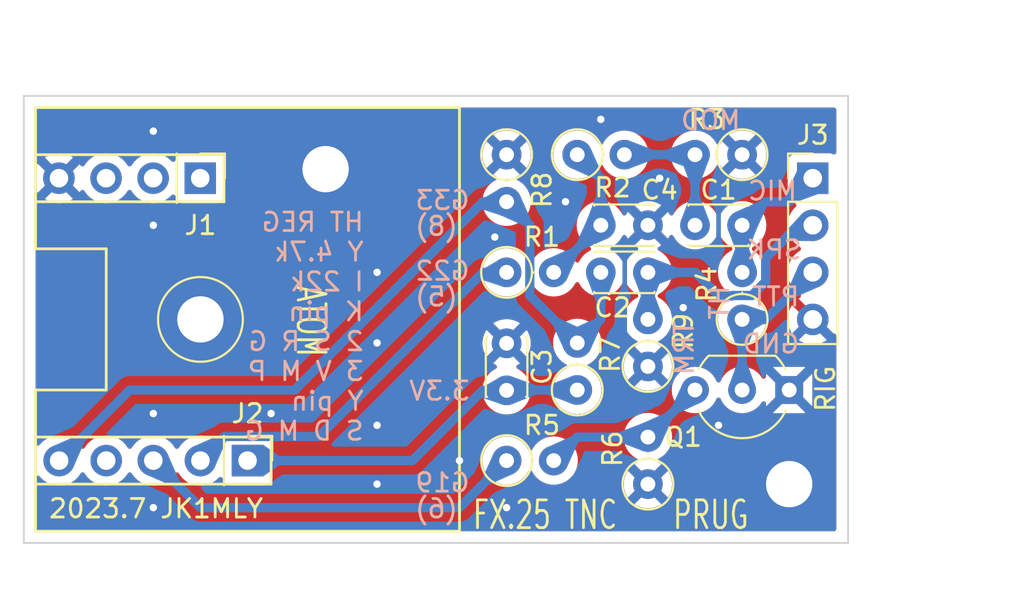
<source format=kicad_pcb>
(kicad_pcb (version 20221018) (generator pcbnew)
  (layers (0 "F.Cu" signal) (31 "B.Cu" signal) (34 "B.Paste" user) (35 "F.Paste" user) (36 "B.SilkS" user "B.Silkscreen") (37 "F.SilkS" user "F.Silkscreen") (38 "B.Mask" user) (39 "F.Mask" user) (44 "Edge.Cuts" user))
  (net 0 "")
  (net 1 "Net-(C1-Pad1)")
  (net 2 "GND")
  (net 3 "Net-(Q1-B)")
  (net 4 "Net-(C2-Pad1)")
  (net 5 "MIC")
  (net 6 "P3V")
  (net 7 "G33")
  (net 8 "SPK")
  (net 9 "G21")
  (net 10 "G25")
  (net 11 "P5V")
  (net 12 "G22")
  (net 13 "G19")
  (net 14 "G23")
  (net 15 "PTT")
  (footprint "Capacitor_THT:C_Disc_D3.0mm_W2.0mm_P2.54mm" (layer "F.Cu") (at 138.45 57.15)
    (fp_text reference "C2" (at 0.615 4.445) (layer "F.SilkS"))
    (fp_text value "C")
    (fp_line (start -0.37 -1.12) (end -0.37 -1.055) (stroke (width 0.12)) (layer "F.SilkS"))
    (fp_line (start -0.37 -1.12) (end 2.87 -1.12) (stroke (width 0.12)) (layer "F.SilkS"))
    (fp_line (start -0.37 1.055) (end -0.37 1.12) (stroke (width 0.12)) (layer "F.SilkS"))
    (fp_line (start -0.37 1.12) (end 2.87 1.12) (stroke (width 0.12)) (layer "F.SilkS"))
    (fp_line (start 2.87 -1.12) (end 2.87 -1.055) (stroke (width 0.12)) (layer "F.SilkS"))
    (fp_line (start 2.87 1.055) (end 2.87 1.12) (stroke (width 0.12)) (layer "F.SilkS"))
    (pad "1" thru_hole circle (at -0.02 0) (size 1.6 1.6) (drill 0.8) (layers "*.Cu" "*.Mask") (net 4 "Net-(C2-Pad1)"))
    (pad "2" thru_hole circle (at 2.52 0) (size 1.6 1.6) (drill 0.8) (layers "*.Cu" "*.Mask") (net 2 "GND"))
  )
  (footprint "Resistor_THT:R_Axial_DIN0207_L6.3mm_D2.5mm_P2.54mm_Vertical" (layer "F.Cu") (at 137.16 66.04 90)
    (fp_text reference "R7" (at 1.905 1.778 90) (layer "F.SilkS"))
    (fp_text value "R")
    (fp_line (start 1.37 0) (end 1.44 0) (stroke (width 0.12)) (layer "F.SilkS"))
    (fp_circle (center 0 0) (end 1.37 0) (stroke (width 0.12)) (fill none) (layer "F.SilkS"))
    (pad "1" thru_hole circle (at 0 0 90) (size 1.6 1.6) (drill 0.8) (layers "*.Cu" "*.Mask") (net 6 "P3V"))
    (pad "2" thru_hole oval (at 2.54 0 90) (size 1.6 1.6) (drill 0.8) (layers "*.Cu" "*.Mask") (net 7 "G33"))
  )
  (footprint "Resistor_THT:R_Axial_DIN0207_L6.3mm_D2.5mm_P2.54mm_Vertical" (layer "F.Cu") (at 140.97 71.12 90)
    (fp_text reference "R6" (at 1.905 -1.905 90) (layer "F.SilkS"))
    (fp_text value "R")
    (fp_line (start 1.37 0) (end 1.44 0) (stroke (width 0.12)) (layer "F.SilkS"))
    (fp_circle (center 0 0) (end 1.37 0) (stroke (width 0.12)) (fill none) (layer "F.SilkS"))
    (pad "1" thru_hole circle (at 0 0 90) (size 1.6 1.6) (drill 0.8) (layers "*.Cu" "*.Mask") (net 2 "GND"))
    (pad "2" thru_hole oval (at 2.54 0 90) (size 1.6 1.6) (drill 0.8) (layers "*.Cu" "*.Mask") (net 3 "Net-(Q1-B)"))
  )
  (footprint "TestPoint:TestPoint_Plated_Hole_D3.0mm" (layer "F.Cu") (at 148.59 71.12)
    (fp_text reference "TP2" hide)
    (fp_text value "TestPoint")
    (pad "1" thru_hole circle (at 0 0) (size 4 4) (drill 2.5) (layers "*.Cu" "*.Mask") (net 2 "GND"))
  )
  (footprint "Capacitor_THT:C_Disc_D3.0mm_W2.0mm_P2.54mm" (layer "F.Cu") (at 143.53 57.15)
    (fp_text reference "C1" (at 1.25 -1.905) (layer "F.SilkS"))
    (fp_text value "C")
    (fp_line (start -0.37 -1.12) (end -0.37 -1.055) (stroke (width 0.12)) (layer "F.SilkS"))
    (fp_line (start -0.37 -1.12) (end 2.87 -1.12) (stroke (width 0.12)) (layer "F.SilkS"))
    (fp_line (start -0.37 1.055) (end -0.37 1.12) (stroke (width 0.12)) (layer "F.SilkS"))
    (fp_line (start -0.37 1.12) (end 2.87 1.12) (stroke (width 0.12)) (layer "F.SilkS"))
    (fp_line (start 2.87 -1.12) (end 2.87 -1.055) (stroke (width 0.12)) (layer "F.SilkS"))
    (fp_line (start 2.87 1.055) (end 2.87 1.12) (stroke (width 0.12)) (layer "F.SilkS"))
    (pad "1" thru_hole circle (at -0.02 0) (size 1.6 1.6) (drill 0.8) (layers "*.Cu" "*.Mask") (net 1 "Net-(C1-Pad1)"))
    (pad "2" thru_hole circle (at 2.52 0) (size 1.6 1.6) (drill 0.8) (layers "*.Cu" "*.Mask") (net 5 "MIC"))
  )
  (footprint "Resistor_THT:R_Axial_DIN0207_L6.3mm_D2.5mm_P2.54mm_Vertical" (layer "F.Cu") (at 146.05 62.23 90)
    (fp_text reference "R4" (at 1.905 -1.905 90) (layer "F.SilkS"))
    (fp_text value "R")
    (fp_line (start 1.37 0) (end 1.44 0) (stroke (width 0.12)) (layer "F.SilkS"))
    (fp_circle (center 0 0) (end 1.37 0) (stroke (width 0.12)) (fill none) (layer "F.SilkS"))
    (pad "1" thru_hole circle (at 0 0 90) (size 1.6 1.6) (drill 0.8) (layers "*.Cu" "*.Mask") (net 15 "PTT"))
    (pad "2" thru_hole oval (at 2.54 0 90) (size 1.6 1.6) (drill 0.8) (layers "*.Cu" "*.Mask") (net 5 "MIC"))
  )
  (footprint "Package_TO_SOT_THT:TO-92_Inline_Wide" (layer "F.Cu") (at 148.59 66.04 180)
    (fp_text reference "Q1" (at 5.715 -2.54) (layer "F.SilkS"))
    (fp_text value "2SC1815")
    (fp_line (start 0.74 1.85) (end 4.34 1.85) (stroke (width 0.12)) (layer "F.SilkS"))
    (fp_arc (start 0.1836 -1.098807) (mid 1.143021 -2.192817) (end 2.54 -2.6) (stroke (width 0.12)) (layer "F.SilkS"))
    (fp_arc (start 0.74 1.85) (mid 0.446097 1.509328) (end 0.215816 1.122795) (stroke (width 0.12)) (layer "F.SilkS"))
    (fp_arc (start 2.54 -2.6) (mid 3.936979 -2.192818) (end 4.8964 -1.098807) (stroke (width 0.12)) (layer "F.SilkS"))
    (fp_arc (start 4.864184 1.122795) (mid 4.633903 1.509328) (end 4.34 1.85) (stroke (width 0.12)) (layer "F.SilkS"))
    (pad "1" thru_hole rect (at 0 0 180) (size 1.5 1.5) (drill 0.8) (layers "*.Cu" "*.Mask") (net 2 "GND"))
    (pad "2" thru_hole circle (at 2.54 0 180) (size 1.5 1.5) (drill 0.8) (layers "*.Cu" "*.Mask") (net 15 "PTT"))
    (pad "3" thru_hole circle (at 5.08 0 180) (size 1.5 1.5) (drill 0.8) (layers "*.Cu" "*.Mask") (net 3 "Net-(Q1-B)"))
  )
  (footprint "Capacitor_THT:C_Disc_D3.0mm_W2.0mm_P2.54mm" (layer "F.Cu") (at 133.35 66.04 90)
    (fp_text reference "C3" (at 1.25 1.905 90) (layer "F.SilkS"))
    (fp_text value "C")
    (fp_line (start -0.37 -1.12) (end -0.37 -1.055) (stroke (width 0.12)) (layer "F.SilkS"))
    (fp_line (start -0.37 -1.12) (end 2.87 -1.12) (stroke (width 0.12)) (layer "F.SilkS"))
    (fp_line (start -0.37 1.055) (end -0.37 1.12) (stroke (width 0.12)) (layer "F.SilkS"))
    (fp_line (start -0.37 1.12) (end 2.87 1.12) (stroke (width 0.12)) (layer "F.SilkS"))
    (fp_line (start 2.87 -1.12) (end 2.87 -1.055) (stroke (width 0.12)) (layer "F.SilkS"))
    (fp_line (start 2.87 1.055) (end 2.87 1.12) (stroke (width 0.12)) (layer "F.SilkS"))
    (pad "1" thru_hole circle (at -0.02 0 90) (size 1.6 1.6) (drill 0.8) (layers "*.Cu" "*.Mask") (net 6 "P3V"))
    (pad "2" thru_hole circle (at 2.52 0 90) (size 1.6 1.6) (drill 0.8) (layers "*.Cu" "*.Mask") (net 2 "GND"))
  )
  (footprint "Connector_PinHeader_2.54mm:PinHeader_1x05_P2.54mm_Vertical" (layer "F.Cu") (at 119.38 69.85 -90)
    (fp_text reference "J2" (at -2.54 0 -180) (layer "F.SilkS"))
    (fp_text value "Conn_01x05_Socket")
    (fp_line (start -1.33 -1.33) (end 0 -1.33) (stroke (width 0.12)) (layer "F.SilkS"))
    (fp_line (start -1.33 0) (end -1.33 -1.33) (stroke (width 0.12)) (layer "F.SilkS"))
    (fp_line (start -1.33 1.27) (end 1.33 1.27) (stroke (width 0.12)) (layer "F.SilkS"))
    (pad "1" thru_hole rect (at 0 0 270) (size 1.7 1.7) (drill 1) (layers "*.Cu" "*.Mask") (net 6 "P3V"))
    (pad "2" thru_hole oval (at 0 2.54 270) (size 1.7 1.7) (drill 1) (layers "*.Cu" "*.Mask") (net 12 "G22"))
    (pad "3" thru_hole oval (at 0 5.08 270) (size 1.7 1.7) (drill 1) (layers "*.Cu" "*.Mask") (net 13 "G19"))
    (pad "4" thru_hole oval (at 0 7.62 270) (size 1.7 1.7) (drill 1) (layers "*.Cu" "*.Mask") (net 14 "G23"))
    (pad "5" thru_hole oval (at 0 10.16 270) (size 1.7 1.7) (drill 1) (layers "*.Cu" "*.Mask") (net 7 "G33"))
  )
  (footprint "Resistor_THT:R_Axial_DIN0207_L6.3mm_D2.5mm_P2.54mm_Vertical" (layer "F.Cu") (at 146.05 53.34 180)
    (fp_text reference "R3" (at 1.905 1.905) (layer "F.SilkS"))
    (fp_text value "R")
    (fp_line (start 1.37 0) (end 1.44 0) (stroke (width 0.12)) (layer "F.SilkS"))
    (fp_circle (center 0 0) (end 1.37 0) (stroke (width 0.12)) (fill none) (layer "F.SilkS"))
    (pad "1" thru_hole circle (at 0 0 180) (size 1.6 1.6) (drill 0.8) (layers "*.Cu" "*.Mask") (net 2 "GND"))
    (pad "2" thru_hole oval (at 2.54 0 180) (size 1.6 1.6) (drill 0.8) (layers "*.Cu" "*.Mask") (net 1 "Net-(C1-Pad1)"))
  )
  (footprint "Connector_PinHeader_2.54mm:PinHeader_1x04_P2.54mm_Vertical" (layer "F.Cu") (at 149.86 54.61)
    (fp_text reference "J3" (at 0 -2.33) (layer "F.SilkS"))
    (fp_text value "Conn_01x04_Socket")
    (fp_line (start -1.33 -1.33) (end 0 -1.33) (stroke (width 0.12)) (layer "F.SilkS"))
    (fp_line (start -1.33 0) (end -1.33 -1.33) (stroke (width 0.12)) (layer "F.SilkS"))
    (fp_line (start -1.33 1.27) (end -1.33 8.95) (stroke (width 0.12)) (layer "F.SilkS"))
    (fp_line (start -1.33 1.27) (end 1.33 1.27) (stroke (width 0.12)) (layer "F.SilkS"))
    (fp_line (start -1.33 8.95) (end 1.33 8.95) (stroke (width 0.12)) (layer "F.SilkS"))
    (fp_line (start 1.33 1.27) (end 1.33 8.95) (stroke (width 0.12)) (layer "F.SilkS"))
    (pad "1" thru_hole rect (at 0 0) (size 1.7 1.7) (drill 1) (layers "*.Cu" "*.Mask") (net 5 "MIC"))
    (pad "2" thru_hole oval (at 0 2.54) (size 1.7 1.7) (drill 1) (layers "*.Cu" "*.Mask") (net 8 "SPK"))
    (pad "3" thru_hole oval (at 0 5.08) (size 1.7 1.7) (drill 1) (layers "*.Cu" "*.Mask") (net 15 "PTT"))
    (pad "4" thru_hole oval (at 0 7.62) (size 1.7 1.7) (drill 1) (layers "*.Cu" "*.Mask") (net 2 "GND"))
  )
  (footprint "Capacitor_THT:C_Disc_D3.0mm_W2.0mm_P2.54mm" (layer "F.Cu") (at 138.45 59.69)
    (fp_text reference "C4" (at 3.155 -4.445) (layer "F.SilkS"))
    (fp_text value "C")
    (fp_line (start -0.37 -1.12) (end -0.37 -1.055) (stroke (width 0.12)) (layer "F.SilkS"))
    (fp_line (start -0.37 -1.12) (end 2.87 -1.12) (stroke (width 0.12)) (layer "F.SilkS"))
    (fp_line (start -0.37 1.055) (end -0.37 1.12) (stroke (width 0.12)) (layer "F.SilkS"))
    (fp_line (start -0.37 1.12) (end 2.87 1.12) (stroke (width 0.12)) (layer "F.SilkS"))
    (fp_line (start 2.87 -1.12) (end 2.87 -1.055) (stroke (width 0.12)) (layer "F.SilkS"))
    (fp_line (start 2.87 1.055) (end 2.87 1.12) (stroke (width 0.12)) (layer "F.SilkS"))
    (pad "1" thru_hole circle (at -0.02 0) (size 1.6 1.6) (drill 0.8) (layers "*.Cu" "*.Mask") (net 7 "G33"))
    (pad "2" thru_hole circle (at 2.52 0) (size 1.6 1.6) (drill 0.8) (layers "*.Cu" "*.Mask") (net 8 "SPK"))
  )
  (footprint "TestPoint:TestPoint_Plated_Hole_D3.0mm" (layer "F.Cu") (at 116.84 62.23)
    (fp_text reference "TP1" hide)
    (fp_text value "TestPoint")
    (fp_circle (center 0 0) (end 0 -2.286) (stroke (width 0.12)) (fill none) (layer "F.SilkS"))
    (pad "1" thru_hole circle (at 0 0) (size 4 4) (drill 2.5) (layers "*.Cu" "*.Mask") (net 2 "GND"))
  )
  (footprint "Connector_PinHeader_2.54mm:PinHeader_1x04_P2.54mm_Vertical" (layer "F.Cu") (at 116.83 54.61 -90)
    (fp_text reference "J1" (at 2.54 -0.01 -180) (layer "F.SilkS"))
    (fp_text value "Conn_01x04_Socket")
    (fp_line (start -1.33 -1.33) (end 0 -1.33) (stroke (width 0.12)) (layer "F.SilkS"))
    (fp_line (start -1.33 0) (end -1.33 -1.33) (stroke (width 0.12)) (layer "F.SilkS"))
    (fp_line (start -1.33 1.27) (end 1.33 1.27) (stroke (width 0.12)) (layer "F.SilkS"))
    (pad "1" thru_hole rect (at 0 0 270) (size 1.7 1.7) (drill 1) (layers "*.Cu" "*.Mask") (net 9 "G21"))
    (pad "2" thru_hole oval (at 0 2.54 270) (size 1.7 1.7) (drill 1) (layers "*.Cu" "*.Mask") (net 10 "G25"))
    (pad "3" thru_hole oval (at 0 5.08 270) (size 1.7 1.7) (drill 1) (layers "*.Cu" "*.Mask") (net 11 "P5V"))
    (pad "4" thru_hole oval (at 0 7.62 270) (size 1.7 1.7) (drill 1) (layers "*.Cu" "*.Mask") (net 2 "GND"))
  )
  (footprint "Resistor_THT:R_Axial_DIN0207_L6.3mm_D2.5mm_P2.54mm_Vertical" (layer "F.Cu") (at 133.35 59.69)
    (fp_text reference "R1" (at 1.905 -1.905) (layer "F.SilkS"))
    (fp_text value "R")
    (fp_line (start 1.37 0) (end 1.44 0) (stroke (width 0.12)) (layer "F.SilkS"))
    (fp_circle (center 0 0) (end 1.37 0) (stroke (width 0.12)) (fill none) (layer "F.SilkS"))
    (pad "1" thru_hole circle (at 0 0) (size 1.6 1.6) (drill 0.8) (layers "*.Cu" "*.Mask") (net 12 "G22"))
    (pad "2" thru_hole oval (at 2.54 0) (size 1.6 1.6) (drill 0.8) (layers "*.Cu" "*.Mask") (net 4 "Net-(C2-Pad1)"))
  )
  (footprint "Resistor_THT:R_Axial_DIN0207_L6.3mm_D2.5mm_P2.54mm_Vertical" (layer "F.Cu") (at 133.35 69.85)
    (fp_text reference "R5" (at 1.905 -1.905) (layer "F.SilkS"))
    (fp_text value "R")
    (fp_line (start 1.37 0) (end 1.44 0) (stroke (width 0.12)) (layer "F.SilkS"))
    (fp_circle (center 0 0) (end 1.37 0) (stroke (width 0.12)) (fill none) (layer "F.SilkS"))
    (pad "1" thru_hole circle (at 0 0) (size 1.6 1.6) (drill 0.8) (layers "*.Cu" "*.Mask") (net 13 "G19"))
    (pad "2" thru_hole oval (at 2.54 0) (size 1.6 1.6) (drill 0.8) (layers "*.Cu" "*.Mask") (net 3 "Net-(Q1-B)"))
  )
  (footprint "Resistor_THT:R_Axial_DIN0207_L6.3mm_D2.5mm_P2.54mm_Vertical" (layer "F.Cu") (at 133.35 53.34 -90)
    (fp_text reference "R8" (at 1.905 -1.905 90) (layer "F.SilkS"))
    (fp_text value "R")
    (fp_line (start 1.37 0) (end 1.44 0) (stroke (width 0.12)) (layer "F.SilkS"))
    (fp_circle (center 0 0) (end 1.37 0) (stroke (width 0.12)) (fill none) (layer "F.SilkS"))
    (pad "1" thru_hole circle (at 0 0 270) (size 1.6 1.6) (drill 0.8) (layers "*.Cu" "*.Mask") (net 2 "GND"))
    (pad "2" thru_hole oval (at 2.54 0 270) (size 1.6 1.6) (drill 0.8) (layers "*.Cu" "*.Mask") (net 7 "G33"))
  )
  (footprint "Resistor_THT:R_Axial_DIN0207_L6.3mm_D2.5mm_P2.54mm_Vertical" (layer "F.Cu") (at 137.16 53.34)
    (fp_text reference "R2" (at 1.905 1.778) (layer "F.SilkS"))
    (fp_text value "R")
    (fp_line (start 1.37 0) (end 1.44 0) (stroke (width 0.12)) (layer "F.SilkS"))
    (fp_circle (center 0 0) (end 1.37 0) (stroke (width 0.12)) (fill none) (layer "F.SilkS"))
    (pad "1" thru_hole circle (at 0 0) (size 1.6 1.6) (drill 0.8) (layers "*.Cu" "*.Mask") (net 4 "Net-(C2-Pad1)"))
    (pad "2" thru_hole oval (at 2.54 0) (size 1.6 1.6) (drill 0.8) (layers "*.Cu" "*.Mask") (net 1 "Net-(C1-Pad1)"))
  )
  (footprint "TestPoint:TestPoint_Plated_Hole_D3.0mm" (layer "F.Cu") (at 123.19 53.34)
    (fp_text reference "TP3" hide)
    (fp_text value "TestPoint")
    (pad "1" thru_hole circle (at 0.4 0.78) (size 4 4) (drill 2.5) (layers "*.Cu" "*.Mask") (net 2 "GND"))
  )
  (footprint "Resistor_THT:R_Axial_DIN0207_L6.3mm_D2.5mm_P2.54mm_Vertical" (layer "F.Cu") (at 140.97 64.77 90)
    (fp_text reference "R9" (at 1.905 1.905 90) (layer "F.SilkS"))
    (fp_text value "R")
    (fp_line (start 1.37 0) (end 1.44 0) (stroke (width 0.12)) (layer "F.SilkS"))
    (fp_circle (center 0 0) (end 1.37 0) (stroke (width 0.12)) (fill none) (layer "F.SilkS"))
    (pad "1" thru_hole circle (at 0 0 90) (size 1.6 1.6) (drill 0.8) (layers "*.Cu" "*.Mask") (net 2 "GND"))
    (pad "2" thru_hole oval (at 2.54 0 90) (size 1.6 1.6) (drill 0.8) (layers "*.Cu" "*.Mask") (net 8 "SPK"))
  )
  (gr_line (start 107.95 66.04) (end 107.95 73.66) (stroke (width 0.15)) (layer "F.SilkS"))
  (gr_line (start 118.11 55.88) (end 118.11 53.34) (stroke (width 0.15)) (layer "F.SilkS"))
  (gr_line (start 130.81 50.8) (end 130.81 73.66) (stroke (width 0.15)) (layer "F.SilkS"))
  (gr_line (start 120.65 71.12) (end 120.65 68.58) (stroke (width 0.15)) (layer "F.SilkS"))
  (gr_line (start 111.76 58.42) (end 111.76 66.04) (stroke (width 0.15)) (layer "F.SilkS"))
  (gr_line (start 107.95 50.8) (end 130.81 50.8) (stroke (width 0.15)) (layer "F.SilkS"))
  (gr_line (start 107.95 73.66) (end 130.81 73.66) (stroke (width 0.15)) (layer "F.SilkS"))
  (gr_line (start 107.95 58.42) (end 111.76 58.42) (stroke (width 0.15)) (layer "F.SilkS"))
  (gr_line (start 107.95 53.34) (end 118.11 53.34) (stroke (width 0.15)) (layer "F.SilkS"))
  (gr_line (start 107.95 68.58) (end 120.65 68.58) (stroke (width 0.15)) (layer "F.SilkS"))
  (gr_line (start 111.76 66.04) (end 107.95 66.04) (stroke (width 0.15)) (layer "F.SilkS"))
  (gr_line (start 107.95 71.12) (end 120.65 71.12) (stroke (width 0.15)) (layer "F.SilkS"))
  (gr_line (start 107.95 58.42) (end 107.95 50.8) (stroke (width 0.15)) (layer "F.SilkS"))
  (gr_line (start 107.95 55.88) (end 118.11 55.88) (stroke (width 0.15)) (layer "F.SilkS"))
  (gr_line (start 107.315 50.165) (end 151.765 50.165) (stroke (width 0.1)) (layer "Edge.Cuts"))
  (gr_line (start 107.315 74.295) (end 107.315 50.165) (stroke (width 0.1)) (layer "Edge.Cuts"))
  (gr_line (start 151.765 50.165) (end 151.765 74.295) (stroke (width 0.1)) (layer "Edge.Cuts"))
  (gr_line (start 151.765 74.295) (end 107.315 74.295) (stroke (width 0.1)) (layer "Edge.Cuts"))
  (gr_text "GND" (at 149.225 64.135) (layer "B.SilkS") (effects (font (size 1 1)) (justify left bottom mirror)))
  (gr_text "G19" (at 131.445 71.628) (layer "B.SilkS") (effects (font (size 1 1)) (justify left bottom mirror)))
  (gr_text "SPK" (at 149.352 59.055) (layer "B.SilkS") (effects (font (size 1 1)) (justify left bottom mirror)))
  (gr_text "TRM" (at 143.51 62.23 90) (layer "B.SilkS") (effects (font (size 1 1)) (justify left bottom mirror)))
  (gr_text "MOD" (at 146.05 52.07) (layer "B.SilkS") (effects (font (size 1 1)) (justify left bottom mirror)))
  (gr_text "(5)" (at 130.81 61.595) (layer "B.SilkS") (effects (font (size 1 1)) (justify left bottom mirror)))
  (gr_text "G22" (at 131.445 60.198) (layer "B.SilkS") (effects (font (size 1 1)) (justify left bottom mirror)))
  (gr_text "(6)" (at 130.81 73.025) (layer "B.SilkS") (effects (font (size 1 1)) (justify left bottom mirror)))
  (gr_text "(8)" (at 130.81 57.785) (layer "B.SilkS") (effects (font (size 1 1)) (justify left bottom mirror)))
  (gr_text "G33" (at 131.445 56.388) (layer "B.SilkS") (effects (font (size 1 1)) (justify left bottom mirror)))
  (gr_text "3.3V" (at 131.445 66.675) (layer "B.SilkS") (effects (font (size 1 1)) (justify left bottom mirror)))
  (gr_text "HT" (at 145.415 60.325 90) (layer "B.SilkS") (effects (font (size 1 1)) (justify left bottom mirror)))
  (gr_text "PTT" (at 149.225 61.595) (layer "B.SilkS") (effects (font (size 1 1)) (justify left bottom mirror)))
  (gr_text "MIC" (at 149.098 55.88) (layer "B.SilkS") (effects (font (size 1 1)) (justify left bottom mirror)))
  (gr_text "HT REG\nY 4.7k\nI 22k\nK pin\n2 S R G\n3 V M P\nY pin\nS D M G" (at 125.73 68.834) (layer "B.SilkS") (effects (font (size 1 1)) (justify left bottom mirror)))
  (gr_text "2023.7 JK1MLY" (at 108.585 73.025) (layer "F.SilkS") (effects (font (size 1 1)) (justify left bottom)))
  (gr_text "ATOM" (at 121.92 60.325 270) (layer "F.SilkS") (effects (font (size 1.5 1)) (justify left bottom)))
  (gr_text "FX.25 TNC" (at 131.445 73.66) (layer "F.SilkS") (effects (font (size 1.5 1)) (justify left bottom)))
  (gr_text "RIG" (at 151.13 67.31 90) (layer "F.SilkS") (effects (font (size 1 1)) (justify left bottom)))
  (gr_text "PRUG" (at 142.24 73.66) (layer "F.SilkS") (effects (font (size 1.5 1)) (justify left bottom)))
  (segment (start 143.51 53.34) (end 139.7 53.34) (width 0.5) (layer "B.Cu") (net 1))
  (segment (start 143.51 53.34) (end 143.51 57.15) (width 0.5) (layer "B.Cu") (net 1))
  (via (at 114.3 57.15) (size 0.8) (drill 0.4) (layers "F.Cu" "B.Cu") (net 2))
  (via (at 136.525 55.88) (size 0.8) (drill 0.4) (layers "F.Cu" "B.Cu") (net 2))
  (via (at 114.3 52.07) (size 0.8) (drill 0.4) (layers "F.Cu" "B.Cu") (net 2))
  (via (at 126.365 63.5) (size 0.8) (drill 0.4) (layers "F.Cu" "B.Cu") (net 2))
  (via (at 114.3 67.31) (size 0.8) (drill 0.4) (layers "F.Cu" "B.Cu") (net 2))
  (via (at 126.365 59.69) (size 0.8) (drill 0.4) (layers "F.Cu" "B.Cu") (net 2))
  (via (at 141.605 54.61) (size 0.8) (drill 0.4) (layers "F.Cu" "B.Cu") (net 2))
  (via (at 144.78 67.945) (size 0.8) (drill 0.4) (layers "F.Cu" "B.Cu") (net 2))
  (via (at 114.3 72.39) (size 0.8) (drill 0.4) (layers "F.Cu" "B.Cu") (net 2))
  (via (at 120.65 67.31) (size 0.8) (drill 0.4) (layers "F.Cu" "B.Cu") (net 2))
  (via (at 133.35 72.39) (size 0.8) (drill 0.4) (layers "F.Cu" "B.Cu") (net 2))
  (via (at 130.81 69.85) (size 0.8) (drill 0.4) (layers "F.Cu" "B.Cu") (net 2))
  (via (at 132.715 57.785) (size 0.8) (drill 0.4) (layers "F.Cu" "B.Cu") (net 2))
  (via (at 126.365 71.12) (size 0.8) (drill 0.4) (layers "F.Cu" "B.Cu") (net 2))
  (via (at 138.43 51.435) (size 0.8) (drill 0.4) (layers "F.Cu" "B.Cu") (net 2))
  (via (at 126.365 67.945) (size 0.8) (drill 0.4) (layers "F.Cu" "B.Cu") (net 2))
  (via (at 142.875 61.595) (size 0.8) (drill 0.4) (layers "F.Cu" "B.Cu") (net 2))
  (segment (start 142.494 58.674) (end 140.97 57.15) (width 0.25) (layer "B.Cu") (net 2))
  (segment (start 144.78 58.674) (end 142.494 58.674) (width 0.25) (layer "B.Cu") (net 2))
  (segment (start 146.05 53.34) (end 144.78 54.61) (width 0.25) (layer "B.Cu") (net 2))
  (segment (start 140.97 57.15) (end 139.72 58.4) (width 0.25) (layer "B.Cu") (net 2))
  (segment (start 139.72 58.4) (end 139.72 63.52) (width 0.25) (layer "B.Cu") (net 2))
  (segment (start 144.78 54.61) (end 144.78 58.674) (width 0.25) (layer "B.Cu") (net 2))
  (segment (start 139.72 63.52) (end 140.97 64.77) (width 0.25) (layer "B.Cu") (net 2))
  (segment (start 135.89 69.85) (end 137.16 68.58) (width 0.5) (layer "B.Cu") (net 3))
  (segment (start 137.16 68.58) (end 140.97 68.58) (width 0.5) (layer "B.Cu") (net 3))
  (segment (start 140.97 68.58) (end 143.51 66.04) (width 0.5) (layer "B.Cu") (net 3))
  (segment (start 138.43 57.15) (end 135.89 59.69) (width 0.5) (layer "B.Cu") (net 4))
  (segment (start 137.16 53.34) (end 138.43 54.61) (width 0.5) (layer "B.Cu") (net 4))
  (segment (start 138.43 54.61) (end 138.43 57.15) (width 0.5) (layer "B.Cu") (net 4))
  (segment (start 146.05 57.15) (end 147.32 55.88) (width 0.5) (layer "B.Cu") (net 5))
  (segment (start 148.59 55.88) (end 149.86 54.61) (width 0.5) (layer "B.Cu") (net 5))
  (segment (start 146.05 59.69) (end 146.05 57.15) (width 0.5) (layer "B.Cu") (net 5))
  (segment (start 147.32 55.88) (end 148.59 55.88) (width 0.5) (layer "B.Cu") (net 5))
  (segment (start 128.27 69.85) (end 119.38 69.85) (width 0.5) (layer "B.Cu") (net 6))
  (segment (start 133.35 66.06) (end 132.06 66.06) (width 0.5) (layer "B.Cu") (net 6))
  (segment (start 133.37 66.04) (end 133.35 66.06) (width 0.5) (layer "B.Cu") (net 6))
  (segment (start 132.06 66.06) (end 128.27 69.85) (width 0.5) (layer "B.Cu") (net 6))
  (segment (start 137.16 66.04) (end 133.37 66.04) (width 0.5) (layer "B.Cu") (net 6))
  (segment (start 137.16 63.5) (end 138.43 62.23) (width 0.5) (layer "B.Cu") (net 7))
  (segment (start 134.6 60.94) (end 137.16 63.5) (width 0.5) (layer "B.Cu") (net 7))
  (segment (start 121.92 66.04) (end 132.08 55.88) (width 0.5) (layer "B.Cu") (net 7))
  (segment (start 138.43 62.23) (end 138.43 59.69) (width 0.5) (layer "B.Cu") (net 7))
  (segment (start 113.03 66.04) (end 121.92 66.04) (width 0.5) (layer "B.Cu") (net 7))
  (segment (start 134.6 57.13) (end 134.6 60.94) (width 0.5) (layer "B.Cu") (net 7))
  (segment (start 109.22 69.85) (end 113.03 66.04) (width 0.5) (layer "B.Cu") (net 7))
  (segment (start 132.08 55.88) (end 133.35 55.88) (width 0.5) (layer "B.Cu") (net 7))
  (segment (start 133.35 55.88) (end 134.6 57.13) (width 0.5) (layer "B.Cu") (net 7))
  (segment (start 145.512233 60.96) (end 145.532233 60.94) (width 0.5) (layer "B.Cu") (net 8))
  (segment (start 147.32 58.917767) (end 149.087767 57.15) (width 0.5) (layer "B.Cu") (net 8))
  (segment (start 143.53 59.69) (end 144.8 60.96) (width 0.5) (layer "B.Cu") (net 8))
  (segment (start 149.087767 57.15) (end 149.86 57.15) (width 0.5) (layer "B.Cu") (net 8))
  (segment (start 146.567767 60.94) (end 147.32 60.187767) (width 0.5) (layer "B.Cu") (net 8))
  (segment (start 145.532233 60.94) (end 146.567767 60.94) (width 0.5) (layer "B.Cu") (net 8))
  (segment (start 144.8 60.96) (end 145.512233 60.96) (width 0.5) (layer "B.Cu") (net 8))
  (segment (start 140.97 62.23) (end 140.97 59.69) (width 0.5) (layer "B.Cu") (net 8))
  (segment (start 140.97 59.69) (end 143.53 59.69) (width 0.5) (layer "B.Cu") (net 8))
  (segment (start 147.32 60.187767) (end 147.32 58.917767) (width 0.5) (layer "B.Cu") (net 8))
  (segment (start 132.08 59.69) (end 123.22 68.55) (width 0.5) (layer "B.Cu") (net 12))
  (segment (start 123.22 68.55) (end 118.14 68.55) (width 0.5) (layer "B.Cu") (net 12))
  (segment (start 133.35 59.69) (end 132.08 59.69) (width 0.5) (layer "B.Cu") (net 12))
  (segment (start 118.14 68.55) (end 116.84 69.85) (width 0.5) (layer "B.Cu") (net 12))
  (segment (start 133.35 69.85) (end 130.81 72.39) (width 0.5) (layer "B.Cu") (net 13))
  (segment (start 116.84 72.39) (end 114.3 69.85) (width 0.5) (layer "B.Cu") (net 13))
  (segment (start 130.81 72.39) (end 116.84 72.39) (width 0.5) (layer "B.Cu") (net 13))
  (segment (start 147.32 62.23) (end 149.86 59.69) (width 0.5) (layer "B.Cu") (net 15))
  (segment (start 146.05 62.23) (end 147.32 62.23) (width 0.5) (layer "B.Cu") (net 15))
  (segment (start 146.05 66.04) (end 146.05 62.23) (width 0.5) (layer "B.Cu") (net 15))
  (zone (net 2) (net_name "GND") (layers "F&B.Cu") (connect_pads (clearance 0.5)) (min_thickness 0.25) (fill yes (thermal_gap 0.5) (thermal_bridge_width 0.5))
    (polygon (pts (xy 107.95 50.8) (xy 151.13 50.8) (xy 151.13 73.66) (xy 107.95 73.66)))
  )
  (zone (net 0) (net_name "") (layers "F&B.Cu" "Cmts.User") (connect_pads (clearance 0)) (min_thickness 0.25)
    (keepout (tracks allowed) (vias allowed) (pads allowed) (copperpour not_allowed) (footprints allowed))
    (fill (thermal_gap 0.5) (thermal_bridge_width 0.5))
    (polygon (pts (xy 151.765 62.23) (xy 149.86 62.23) (xy 149.86 54.61) (xy 151.765 54.61)))
  )
)
</source>
